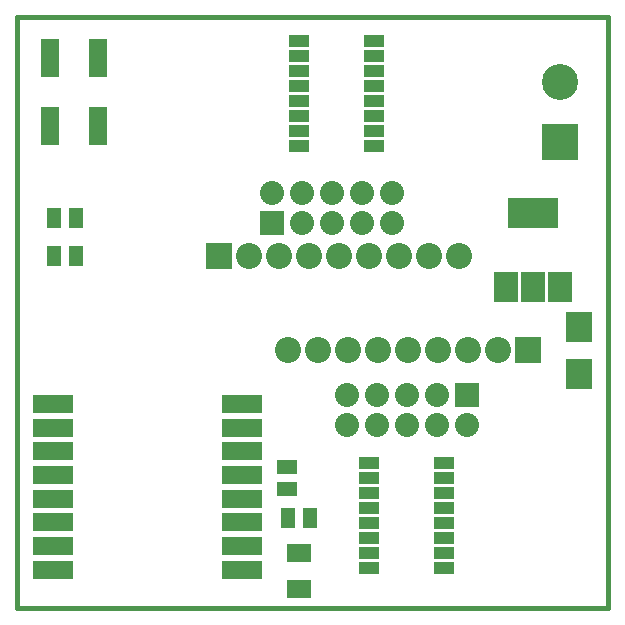
<source format=gts>
G04 #@! TF.GenerationSoftware,KiCad,Pcbnew,5.0.0-fee4fd1~66~ubuntu16.04.1*
G04 #@! TF.CreationDate,2018-09-27T11:54:36+02:00*
G04 #@! TF.ProjectId,IN16_optoToESP8266,494E31365F6F70746F546F4553503832,rev?*
G04 #@! TF.SameCoordinates,Original*
G04 #@! TF.FileFunction,Soldermask,Top*
G04 #@! TF.FilePolarity,Negative*
%FSLAX46Y46*%
G04 Gerber Fmt 4.6, Leading zero omitted, Abs format (unit mm)*
G04 Created by KiCad (PCBNEW 5.0.0-fee4fd1~66~ubuntu16.04.1) date Thu Sep 27 11:54:36 2018*
%MOMM*%
%LPD*%
G01*
G04 APERTURE LIST*
%ADD10C,0.381000*%
%ADD11R,2.032000X2.032000*%
%ADD12C,2.032000*%
%ADD13R,3.048000X3.048000*%
%ADD14C,3.048000*%
%ADD15R,4.308000X2.508000*%
%ADD16R,2.008000X2.508000*%
%ADD17R,2.208000X2.508000*%
%ADD18R,1.651000X1.016000*%
%ADD19R,2.208000X2.208000*%
%ADD20O,2.208000X2.208000*%
%ADD21R,3.508000X1.508000*%
%ADD22R,1.208000X1.808000*%
%ADD23R,1.808000X1.208000*%
%ADD24R,2.108000X1.508000*%
%ADD25R,1.508000X3.258000*%
G04 APERTURE END LIST*
D10*
X134000000Y-98000000D02*
X184000000Y-98000000D01*
X134000000Y-48000000D02*
X134000000Y-98000000D01*
X184000000Y-48000000D02*
X134000000Y-48000000D01*
X184000000Y-98000000D02*
X184000000Y-48000000D01*
D11*
G04 #@! TO.C,P1*
X155575000Y-65405000D03*
D12*
X155575000Y-62865000D03*
X158115000Y-65405000D03*
X158115000Y-62865000D03*
X160655000Y-65405000D03*
X160655000Y-62865000D03*
X163195000Y-65405000D03*
X163195000Y-62865000D03*
X165735000Y-65405000D03*
X165735000Y-62865000D03*
G04 #@! TD*
D11*
G04 #@! TO.C,P0*
X172085000Y-80010000D03*
D12*
X172085000Y-82550000D03*
X169545000Y-80010000D03*
X169545000Y-82550000D03*
X167005000Y-80010000D03*
X167005000Y-82550000D03*
X164465000Y-80010000D03*
X164465000Y-82550000D03*
X161925000Y-80010000D03*
X161925000Y-82550000D03*
G04 #@! TD*
D13*
G04 #@! TO.C,P3*
X180000000Y-58540000D03*
D14*
X180000000Y-53460000D03*
G04 #@! TD*
D15*
G04 #@! TO.C,U4*
X177673000Y-64541000D03*
D16*
X177673000Y-70841000D03*
X179973000Y-70841000D03*
X175373000Y-70841000D03*
G04 #@! TD*
D17*
G04 #@! TO.C,C1*
X181610000Y-78200000D03*
X181610000Y-74200000D03*
G04 #@! TD*
D18*
G04 #@! TO.C,U2*
X157861000Y-58928000D03*
X157861000Y-56388000D03*
X157861000Y-55118000D03*
X157861000Y-53848000D03*
X157861000Y-52578000D03*
X157861000Y-51308000D03*
X157861000Y-50038000D03*
X164211000Y-50038000D03*
X164211000Y-51308000D03*
X164211000Y-52578000D03*
X164211000Y-53848000D03*
X164211000Y-55118000D03*
X164211000Y-56388000D03*
X164211000Y-57658000D03*
X164211000Y-58928000D03*
X157861000Y-57658000D03*
G04 #@! TD*
G04 #@! TO.C,U3*
X170180000Y-85725000D03*
X170180000Y-88265000D03*
X170180000Y-89535000D03*
X170180000Y-90805000D03*
X170180000Y-92075000D03*
X170180000Y-93345000D03*
X170180000Y-94615000D03*
X163830000Y-94615000D03*
X163830000Y-93345000D03*
X163830000Y-92075000D03*
X163830000Y-90805000D03*
X163830000Y-89535000D03*
X163830000Y-88265000D03*
X163830000Y-86995000D03*
X163830000Y-85725000D03*
X170180000Y-86995000D03*
G04 #@! TD*
D19*
G04 #@! TO.C,RN1*
X177292000Y-76200000D03*
D20*
X174752000Y-76200000D03*
X172212000Y-76200000D03*
X169672000Y-76200000D03*
X167132000Y-76200000D03*
X164592000Y-76200000D03*
X162052000Y-76200000D03*
X159512000Y-76200000D03*
X156972000Y-76200000D03*
G04 #@! TD*
D19*
G04 #@! TO.C,RN2*
X151130000Y-68199000D03*
D20*
X153670000Y-68199000D03*
X156210000Y-68199000D03*
X158750000Y-68199000D03*
X161290000Y-68199000D03*
X163830000Y-68199000D03*
X166370000Y-68199000D03*
X168910000Y-68199000D03*
X171450000Y-68199000D03*
G04 #@! TD*
D21*
G04 #@! TO.C,U1*
X137034000Y-80757000D03*
X137034000Y-82757000D03*
X137034000Y-84757000D03*
X137034000Y-86757000D03*
X137034000Y-88757000D03*
X137034000Y-90757000D03*
X137034000Y-92757000D03*
X137034000Y-94757000D03*
X153034000Y-94757000D03*
X153034000Y-92757000D03*
X153034000Y-90757000D03*
X153034000Y-88757000D03*
X153034000Y-86757000D03*
X153034000Y-84757000D03*
X153034000Y-82757000D03*
X153034000Y-80757000D03*
G04 #@! TD*
D22*
G04 #@! TO.C,R1*
X137099000Y-68199000D03*
X138999000Y-68199000D03*
G04 #@! TD*
D23*
G04 #@! TO.C,R2*
X156845000Y-86045000D03*
X156845000Y-87945000D03*
G04 #@! TD*
D22*
G04 #@! TO.C,R3*
X156911000Y-90424000D03*
X158811000Y-90424000D03*
G04 #@! TD*
D24*
G04 #@! TO.C,C2*
X157861000Y-96369000D03*
X157861000Y-93369000D03*
G04 #@! TD*
D22*
G04 #@! TO.C,R4*
X137099000Y-65024000D03*
X138999000Y-65024000D03*
G04 #@! TD*
D25*
G04 #@! TO.C,SW1*
X140811000Y-57231000D03*
X140811000Y-51481000D03*
X136811000Y-51481000D03*
X136811000Y-57231000D03*
G04 #@! TD*
M02*

</source>
